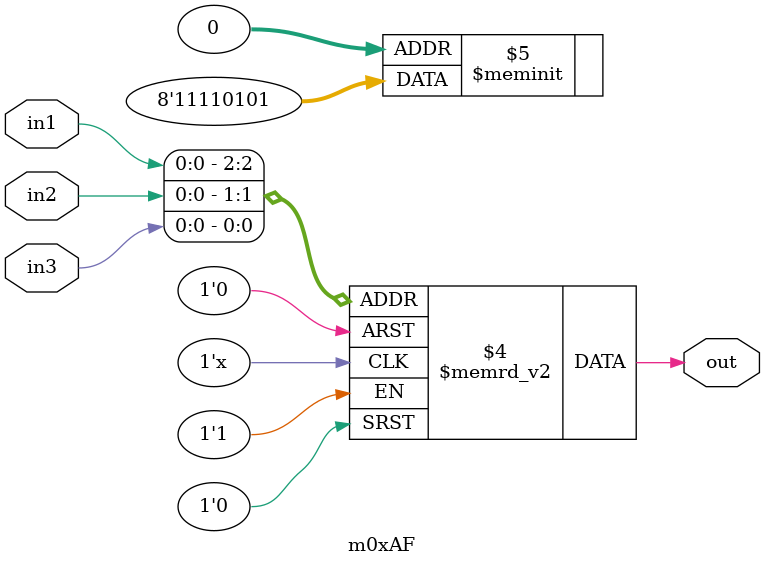
<source format=v>
module m0xAF(output out, input in1, in2, in3);

   always @(in1, in2, in3)
     begin
        case({in1, in2, in3})
          3'b000: {out} = 1'b1;
          3'b001: {out} = 1'b0;
          3'b010: {out} = 1'b1;
          3'b011: {out} = 1'b0;
          3'b100: {out} = 1'b1;
          3'b101: {out} = 1'b1;
          3'b110: {out} = 1'b1;
          3'b111: {out} = 1'b1;
        endcase // case ({in1, in2, in3})
     end // always @ (in1, in2, in3)

endmodule // m0xAF
</source>
